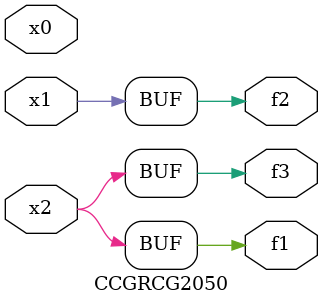
<source format=v>
module CCGRCG2050(
	input x0, x1, x2,
	output f1, f2, f3
);
	assign f1 = x2;
	assign f2 = x1;
	assign f3 = x2;
endmodule

</source>
